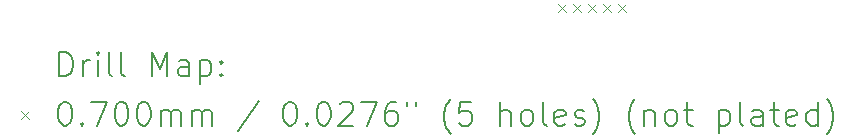
<source format=gbr>
%TF.GenerationSoftware,KiCad,Pcbnew,(6.0.9)*%
%TF.CreationDate,2022-11-26T17:41:11+01:00*%
%TF.ProjectId,LDAD_Junction_Box_79x31mm_AC220V,4c444144-5f4a-4756-9e63-74696f6e5f42,5.3*%
%TF.SameCoordinates,Original*%
%TF.FileFunction,Drillmap*%
%TF.FilePolarity,Positive*%
%FSLAX45Y45*%
G04 Gerber Fmt 4.5, Leading zero omitted, Abs format (unit mm)*
G04 Created by KiCad (PCBNEW (6.0.9)) date 2022-11-26 17:41:11*
%MOMM*%
%LPD*%
G01*
G04 APERTURE LIST*
%ADD10C,0.200000*%
%ADD11C,0.070000*%
G04 APERTURE END LIST*
D10*
D11*
X18839000Y-15044000D02*
X18909000Y-15114000D01*
X18909000Y-15044000D02*
X18839000Y-15114000D01*
X18966000Y-15044000D02*
X19036000Y-15114000D01*
X19036000Y-15044000D02*
X18966000Y-15114000D01*
X19093000Y-15044000D02*
X19163000Y-15114000D01*
X19163000Y-15044000D02*
X19093000Y-15114000D01*
X19220000Y-15044000D02*
X19290000Y-15114000D01*
X19290000Y-15044000D02*
X19220000Y-15114000D01*
X19347000Y-15044000D02*
X19417000Y-15114000D01*
X19417000Y-15044000D02*
X19347000Y-15114000D01*
D10*
X14621619Y-15655976D02*
X14621619Y-15455976D01*
X14669238Y-15455976D01*
X14697809Y-15465500D01*
X14716857Y-15484548D01*
X14726381Y-15503595D01*
X14735905Y-15541690D01*
X14735905Y-15570262D01*
X14726381Y-15608357D01*
X14716857Y-15627405D01*
X14697809Y-15646452D01*
X14669238Y-15655976D01*
X14621619Y-15655976D01*
X14821619Y-15655976D02*
X14821619Y-15522643D01*
X14821619Y-15560738D02*
X14831143Y-15541690D01*
X14840667Y-15532167D01*
X14859714Y-15522643D01*
X14878762Y-15522643D01*
X14945428Y-15655976D02*
X14945428Y-15522643D01*
X14945428Y-15455976D02*
X14935905Y-15465500D01*
X14945428Y-15475024D01*
X14954952Y-15465500D01*
X14945428Y-15455976D01*
X14945428Y-15475024D01*
X15069238Y-15655976D02*
X15050190Y-15646452D01*
X15040667Y-15627405D01*
X15040667Y-15455976D01*
X15174000Y-15655976D02*
X15154952Y-15646452D01*
X15145428Y-15627405D01*
X15145428Y-15455976D01*
X15402571Y-15655976D02*
X15402571Y-15455976D01*
X15469238Y-15598833D01*
X15535905Y-15455976D01*
X15535905Y-15655976D01*
X15716857Y-15655976D02*
X15716857Y-15551214D01*
X15707333Y-15532167D01*
X15688286Y-15522643D01*
X15650190Y-15522643D01*
X15631143Y-15532167D01*
X15716857Y-15646452D02*
X15697809Y-15655976D01*
X15650190Y-15655976D01*
X15631143Y-15646452D01*
X15621619Y-15627405D01*
X15621619Y-15608357D01*
X15631143Y-15589309D01*
X15650190Y-15579786D01*
X15697809Y-15579786D01*
X15716857Y-15570262D01*
X15812095Y-15522643D02*
X15812095Y-15722643D01*
X15812095Y-15532167D02*
X15831143Y-15522643D01*
X15869238Y-15522643D01*
X15888286Y-15532167D01*
X15897809Y-15541690D01*
X15907333Y-15560738D01*
X15907333Y-15617881D01*
X15897809Y-15636928D01*
X15888286Y-15646452D01*
X15869238Y-15655976D01*
X15831143Y-15655976D01*
X15812095Y-15646452D01*
X15993048Y-15636928D02*
X16002571Y-15646452D01*
X15993048Y-15655976D01*
X15983524Y-15646452D01*
X15993048Y-15636928D01*
X15993048Y-15655976D01*
X15993048Y-15532167D02*
X16002571Y-15541690D01*
X15993048Y-15551214D01*
X15983524Y-15541690D01*
X15993048Y-15532167D01*
X15993048Y-15551214D01*
D11*
X14294000Y-15950500D02*
X14364000Y-16020500D01*
X14364000Y-15950500D02*
X14294000Y-16020500D01*
D10*
X14659714Y-15875976D02*
X14678762Y-15875976D01*
X14697809Y-15885500D01*
X14707333Y-15895024D01*
X14716857Y-15914071D01*
X14726381Y-15952167D01*
X14726381Y-15999786D01*
X14716857Y-16037881D01*
X14707333Y-16056928D01*
X14697809Y-16066452D01*
X14678762Y-16075976D01*
X14659714Y-16075976D01*
X14640667Y-16066452D01*
X14631143Y-16056928D01*
X14621619Y-16037881D01*
X14612095Y-15999786D01*
X14612095Y-15952167D01*
X14621619Y-15914071D01*
X14631143Y-15895024D01*
X14640667Y-15885500D01*
X14659714Y-15875976D01*
X14812095Y-16056928D02*
X14821619Y-16066452D01*
X14812095Y-16075976D01*
X14802571Y-16066452D01*
X14812095Y-16056928D01*
X14812095Y-16075976D01*
X14888286Y-15875976D02*
X15021619Y-15875976D01*
X14935905Y-16075976D01*
X15135905Y-15875976D02*
X15154952Y-15875976D01*
X15174000Y-15885500D01*
X15183524Y-15895024D01*
X15193048Y-15914071D01*
X15202571Y-15952167D01*
X15202571Y-15999786D01*
X15193048Y-16037881D01*
X15183524Y-16056928D01*
X15174000Y-16066452D01*
X15154952Y-16075976D01*
X15135905Y-16075976D01*
X15116857Y-16066452D01*
X15107333Y-16056928D01*
X15097809Y-16037881D01*
X15088286Y-15999786D01*
X15088286Y-15952167D01*
X15097809Y-15914071D01*
X15107333Y-15895024D01*
X15116857Y-15885500D01*
X15135905Y-15875976D01*
X15326381Y-15875976D02*
X15345428Y-15875976D01*
X15364476Y-15885500D01*
X15374000Y-15895024D01*
X15383524Y-15914071D01*
X15393048Y-15952167D01*
X15393048Y-15999786D01*
X15383524Y-16037881D01*
X15374000Y-16056928D01*
X15364476Y-16066452D01*
X15345428Y-16075976D01*
X15326381Y-16075976D01*
X15307333Y-16066452D01*
X15297809Y-16056928D01*
X15288286Y-16037881D01*
X15278762Y-15999786D01*
X15278762Y-15952167D01*
X15288286Y-15914071D01*
X15297809Y-15895024D01*
X15307333Y-15885500D01*
X15326381Y-15875976D01*
X15478762Y-16075976D02*
X15478762Y-15942643D01*
X15478762Y-15961690D02*
X15488286Y-15952167D01*
X15507333Y-15942643D01*
X15535905Y-15942643D01*
X15554952Y-15952167D01*
X15564476Y-15971214D01*
X15564476Y-16075976D01*
X15564476Y-15971214D02*
X15574000Y-15952167D01*
X15593048Y-15942643D01*
X15621619Y-15942643D01*
X15640667Y-15952167D01*
X15650190Y-15971214D01*
X15650190Y-16075976D01*
X15745428Y-16075976D02*
X15745428Y-15942643D01*
X15745428Y-15961690D02*
X15754952Y-15952167D01*
X15774000Y-15942643D01*
X15802571Y-15942643D01*
X15821619Y-15952167D01*
X15831143Y-15971214D01*
X15831143Y-16075976D01*
X15831143Y-15971214D02*
X15840667Y-15952167D01*
X15859714Y-15942643D01*
X15888286Y-15942643D01*
X15907333Y-15952167D01*
X15916857Y-15971214D01*
X15916857Y-16075976D01*
X16307333Y-15866452D02*
X16135905Y-16123595D01*
X16564476Y-15875976D02*
X16583524Y-15875976D01*
X16602571Y-15885500D01*
X16612095Y-15895024D01*
X16621619Y-15914071D01*
X16631143Y-15952167D01*
X16631143Y-15999786D01*
X16621619Y-16037881D01*
X16612095Y-16056928D01*
X16602571Y-16066452D01*
X16583524Y-16075976D01*
X16564476Y-16075976D01*
X16545428Y-16066452D01*
X16535905Y-16056928D01*
X16526381Y-16037881D01*
X16516857Y-15999786D01*
X16516857Y-15952167D01*
X16526381Y-15914071D01*
X16535905Y-15895024D01*
X16545428Y-15885500D01*
X16564476Y-15875976D01*
X16716857Y-16056928D02*
X16726381Y-16066452D01*
X16716857Y-16075976D01*
X16707333Y-16066452D01*
X16716857Y-16056928D01*
X16716857Y-16075976D01*
X16850190Y-15875976D02*
X16869238Y-15875976D01*
X16888286Y-15885500D01*
X16897810Y-15895024D01*
X16907333Y-15914071D01*
X16916857Y-15952167D01*
X16916857Y-15999786D01*
X16907333Y-16037881D01*
X16897810Y-16056928D01*
X16888286Y-16066452D01*
X16869238Y-16075976D01*
X16850190Y-16075976D01*
X16831143Y-16066452D01*
X16821619Y-16056928D01*
X16812095Y-16037881D01*
X16802571Y-15999786D01*
X16802571Y-15952167D01*
X16812095Y-15914071D01*
X16821619Y-15895024D01*
X16831143Y-15885500D01*
X16850190Y-15875976D01*
X16993048Y-15895024D02*
X17002571Y-15885500D01*
X17021619Y-15875976D01*
X17069238Y-15875976D01*
X17088286Y-15885500D01*
X17097810Y-15895024D01*
X17107333Y-15914071D01*
X17107333Y-15933119D01*
X17097810Y-15961690D01*
X16983524Y-16075976D01*
X17107333Y-16075976D01*
X17174000Y-15875976D02*
X17307333Y-15875976D01*
X17221619Y-16075976D01*
X17469238Y-15875976D02*
X17431143Y-15875976D01*
X17412095Y-15885500D01*
X17402571Y-15895024D01*
X17383524Y-15923595D01*
X17374000Y-15961690D01*
X17374000Y-16037881D01*
X17383524Y-16056928D01*
X17393048Y-16066452D01*
X17412095Y-16075976D01*
X17450190Y-16075976D01*
X17469238Y-16066452D01*
X17478762Y-16056928D01*
X17488286Y-16037881D01*
X17488286Y-15990262D01*
X17478762Y-15971214D01*
X17469238Y-15961690D01*
X17450190Y-15952167D01*
X17412095Y-15952167D01*
X17393048Y-15961690D01*
X17383524Y-15971214D01*
X17374000Y-15990262D01*
X17564476Y-15875976D02*
X17564476Y-15914071D01*
X17640667Y-15875976D02*
X17640667Y-15914071D01*
X17935905Y-16152167D02*
X17926381Y-16142643D01*
X17907333Y-16114071D01*
X17897810Y-16095024D01*
X17888286Y-16066452D01*
X17878762Y-16018833D01*
X17878762Y-15980738D01*
X17888286Y-15933119D01*
X17897810Y-15904548D01*
X17907333Y-15885500D01*
X17926381Y-15856928D01*
X17935905Y-15847405D01*
X18107333Y-15875976D02*
X18012095Y-15875976D01*
X18002571Y-15971214D01*
X18012095Y-15961690D01*
X18031143Y-15952167D01*
X18078762Y-15952167D01*
X18097810Y-15961690D01*
X18107333Y-15971214D01*
X18116857Y-15990262D01*
X18116857Y-16037881D01*
X18107333Y-16056928D01*
X18097810Y-16066452D01*
X18078762Y-16075976D01*
X18031143Y-16075976D01*
X18012095Y-16066452D01*
X18002571Y-16056928D01*
X18354952Y-16075976D02*
X18354952Y-15875976D01*
X18440667Y-16075976D02*
X18440667Y-15971214D01*
X18431143Y-15952167D01*
X18412095Y-15942643D01*
X18383524Y-15942643D01*
X18364476Y-15952167D01*
X18354952Y-15961690D01*
X18564476Y-16075976D02*
X18545429Y-16066452D01*
X18535905Y-16056928D01*
X18526381Y-16037881D01*
X18526381Y-15980738D01*
X18535905Y-15961690D01*
X18545429Y-15952167D01*
X18564476Y-15942643D01*
X18593048Y-15942643D01*
X18612095Y-15952167D01*
X18621619Y-15961690D01*
X18631143Y-15980738D01*
X18631143Y-16037881D01*
X18621619Y-16056928D01*
X18612095Y-16066452D01*
X18593048Y-16075976D01*
X18564476Y-16075976D01*
X18745429Y-16075976D02*
X18726381Y-16066452D01*
X18716857Y-16047405D01*
X18716857Y-15875976D01*
X18897810Y-16066452D02*
X18878762Y-16075976D01*
X18840667Y-16075976D01*
X18821619Y-16066452D01*
X18812095Y-16047405D01*
X18812095Y-15971214D01*
X18821619Y-15952167D01*
X18840667Y-15942643D01*
X18878762Y-15942643D01*
X18897810Y-15952167D01*
X18907333Y-15971214D01*
X18907333Y-15990262D01*
X18812095Y-16009309D01*
X18983524Y-16066452D02*
X19002571Y-16075976D01*
X19040667Y-16075976D01*
X19059714Y-16066452D01*
X19069238Y-16047405D01*
X19069238Y-16037881D01*
X19059714Y-16018833D01*
X19040667Y-16009309D01*
X19012095Y-16009309D01*
X18993048Y-15999786D01*
X18983524Y-15980738D01*
X18983524Y-15971214D01*
X18993048Y-15952167D01*
X19012095Y-15942643D01*
X19040667Y-15942643D01*
X19059714Y-15952167D01*
X19135905Y-16152167D02*
X19145429Y-16142643D01*
X19164476Y-16114071D01*
X19174000Y-16095024D01*
X19183524Y-16066452D01*
X19193048Y-16018833D01*
X19193048Y-15980738D01*
X19183524Y-15933119D01*
X19174000Y-15904548D01*
X19164476Y-15885500D01*
X19145429Y-15856928D01*
X19135905Y-15847405D01*
X19497810Y-16152167D02*
X19488286Y-16142643D01*
X19469238Y-16114071D01*
X19459714Y-16095024D01*
X19450190Y-16066452D01*
X19440667Y-16018833D01*
X19440667Y-15980738D01*
X19450190Y-15933119D01*
X19459714Y-15904548D01*
X19469238Y-15885500D01*
X19488286Y-15856928D01*
X19497810Y-15847405D01*
X19574000Y-15942643D02*
X19574000Y-16075976D01*
X19574000Y-15961690D02*
X19583524Y-15952167D01*
X19602571Y-15942643D01*
X19631143Y-15942643D01*
X19650190Y-15952167D01*
X19659714Y-15971214D01*
X19659714Y-16075976D01*
X19783524Y-16075976D02*
X19764476Y-16066452D01*
X19754952Y-16056928D01*
X19745429Y-16037881D01*
X19745429Y-15980738D01*
X19754952Y-15961690D01*
X19764476Y-15952167D01*
X19783524Y-15942643D01*
X19812095Y-15942643D01*
X19831143Y-15952167D01*
X19840667Y-15961690D01*
X19850190Y-15980738D01*
X19850190Y-16037881D01*
X19840667Y-16056928D01*
X19831143Y-16066452D01*
X19812095Y-16075976D01*
X19783524Y-16075976D01*
X19907333Y-15942643D02*
X19983524Y-15942643D01*
X19935905Y-15875976D02*
X19935905Y-16047405D01*
X19945429Y-16066452D01*
X19964476Y-16075976D01*
X19983524Y-16075976D01*
X20202571Y-15942643D02*
X20202571Y-16142643D01*
X20202571Y-15952167D02*
X20221619Y-15942643D01*
X20259714Y-15942643D01*
X20278762Y-15952167D01*
X20288286Y-15961690D01*
X20297810Y-15980738D01*
X20297810Y-16037881D01*
X20288286Y-16056928D01*
X20278762Y-16066452D01*
X20259714Y-16075976D01*
X20221619Y-16075976D01*
X20202571Y-16066452D01*
X20412095Y-16075976D02*
X20393048Y-16066452D01*
X20383524Y-16047405D01*
X20383524Y-15875976D01*
X20574000Y-16075976D02*
X20574000Y-15971214D01*
X20564476Y-15952167D01*
X20545429Y-15942643D01*
X20507333Y-15942643D01*
X20488286Y-15952167D01*
X20574000Y-16066452D02*
X20554952Y-16075976D01*
X20507333Y-16075976D01*
X20488286Y-16066452D01*
X20478762Y-16047405D01*
X20478762Y-16028357D01*
X20488286Y-16009309D01*
X20507333Y-15999786D01*
X20554952Y-15999786D01*
X20574000Y-15990262D01*
X20640667Y-15942643D02*
X20716857Y-15942643D01*
X20669238Y-15875976D02*
X20669238Y-16047405D01*
X20678762Y-16066452D01*
X20697810Y-16075976D01*
X20716857Y-16075976D01*
X20859714Y-16066452D02*
X20840667Y-16075976D01*
X20802571Y-16075976D01*
X20783524Y-16066452D01*
X20774000Y-16047405D01*
X20774000Y-15971214D01*
X20783524Y-15952167D01*
X20802571Y-15942643D01*
X20840667Y-15942643D01*
X20859714Y-15952167D01*
X20869238Y-15971214D01*
X20869238Y-15990262D01*
X20774000Y-16009309D01*
X21040667Y-16075976D02*
X21040667Y-15875976D01*
X21040667Y-16066452D02*
X21021619Y-16075976D01*
X20983524Y-16075976D01*
X20964476Y-16066452D01*
X20954952Y-16056928D01*
X20945429Y-16037881D01*
X20945429Y-15980738D01*
X20954952Y-15961690D01*
X20964476Y-15952167D01*
X20983524Y-15942643D01*
X21021619Y-15942643D01*
X21040667Y-15952167D01*
X21116857Y-16152167D02*
X21126381Y-16142643D01*
X21145429Y-16114071D01*
X21154952Y-16095024D01*
X21164476Y-16066452D01*
X21174000Y-16018833D01*
X21174000Y-15980738D01*
X21164476Y-15933119D01*
X21154952Y-15904548D01*
X21145429Y-15885500D01*
X21126381Y-15856928D01*
X21116857Y-15847405D01*
M02*

</source>
